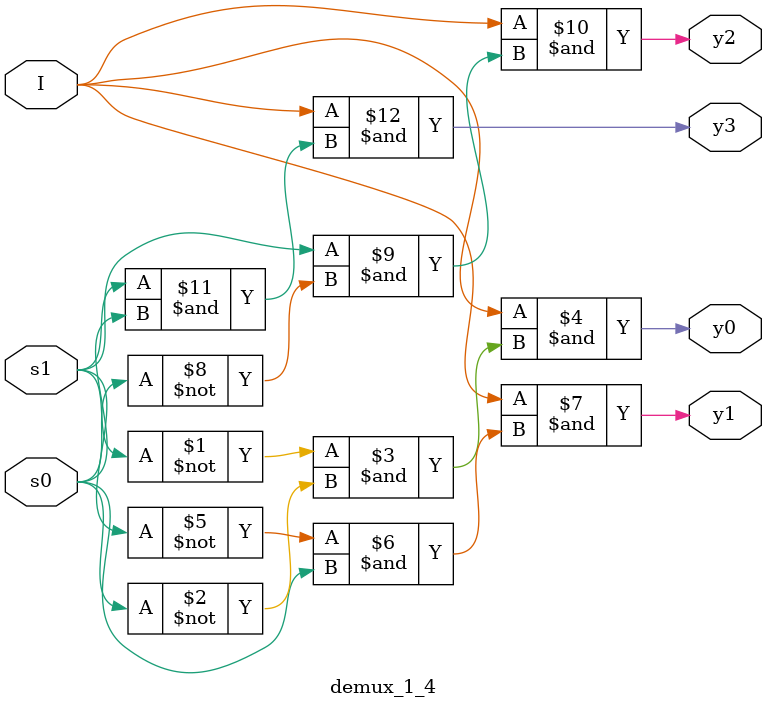
<source format=v>
`timescale 1ns / 1ps


module demux_1_4(input s0, s1, I, output y0, y1, y2, y3
    );
    
    assign y0 = I & (~s1 & ~s0);
    assign y1 = I & (~s1 & s0);
    assign y2 = I & (s1 & ~s0);
    assign y3 = I & (s1 & s0);
    
endmodule

</source>
